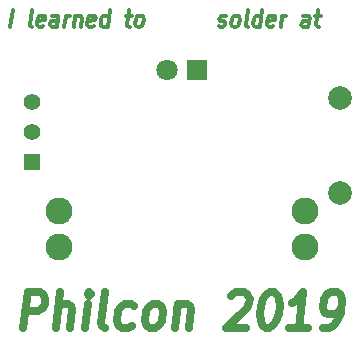
<source format=gts>
G04 #@! TF.FileFunction,Soldermask,Top*
%FSLAX46Y46*%
G04 Gerber Fmt 4.6, Leading zero omitted, Abs format (unit mm)*
G04 Created by KiCad (PCBNEW 4.0.7) date 09/22/19 21:58:39*
%MOMM*%
%LPD*%
G01*
G04 APERTURE LIST*
%ADD10C,0.100000*%
%ADD11C,0.300000*%
%ADD12C,0.687500*%
%ADD13C,1.998980*%
%ADD14C,2.286000*%
%ADD15R,1.800000X1.800000*%
%ADD16C,1.800000*%
%ADD17R,1.397000X1.397000*%
%ADD18C,1.397000*%
G04 APERTURE END LIST*
D10*
D11*
X178353084Y-75537143D02*
X178467966Y-75608571D01*
X178715585Y-75608571D01*
X178848322Y-75537143D01*
X178928084Y-75394286D01*
X178937013Y-75322857D01*
X178892965Y-75180000D01*
X178778085Y-75108571D01*
X178592370Y-75108571D01*
X178477489Y-75037143D01*
X178433441Y-74894286D01*
X178442370Y-74822857D01*
X178522132Y-74680000D01*
X178654870Y-74608571D01*
X178840585Y-74608571D01*
X178955465Y-74680000D01*
X179644156Y-75608571D02*
X179529275Y-75537143D01*
X179476299Y-75465714D01*
X179432251Y-75322857D01*
X179485822Y-74894286D01*
X179565584Y-74751429D01*
X179636418Y-74680000D01*
X179769156Y-74608571D01*
X179954870Y-74608571D01*
X180069751Y-74680000D01*
X180122727Y-74751429D01*
X180166774Y-74894286D01*
X180113203Y-75322857D01*
X180033442Y-75465714D01*
X179962608Y-75537143D01*
X179829870Y-75608571D01*
X179644156Y-75608571D01*
X180820346Y-75608571D02*
X180705465Y-75537143D01*
X180661417Y-75394286D01*
X180822132Y-74108571D01*
X181872727Y-75608571D02*
X182060227Y-74108571D01*
X181881655Y-75537143D02*
X181748917Y-75608571D01*
X181501298Y-75608571D01*
X181386417Y-75537143D01*
X181333441Y-75465714D01*
X181289393Y-75322857D01*
X181342964Y-74894286D01*
X181422726Y-74751429D01*
X181493560Y-74680000D01*
X181626298Y-74608571D01*
X181873917Y-74608571D01*
X181988798Y-74680000D01*
X182995940Y-75537143D02*
X182863202Y-75608571D01*
X182615583Y-75608571D01*
X182500702Y-75537143D01*
X182456654Y-75394286D01*
X182528083Y-74822857D01*
X182607845Y-74680000D01*
X182740583Y-74608571D01*
X182988202Y-74608571D01*
X183103083Y-74680000D01*
X183147131Y-74822857D01*
X183129274Y-74965714D01*
X182492369Y-75108571D01*
X183606060Y-75608571D02*
X183731060Y-74608571D01*
X183695345Y-74894286D02*
X183775107Y-74751429D01*
X183845940Y-74680000D01*
X183978679Y-74608571D01*
X184102488Y-74608571D01*
X185958441Y-75608571D02*
X186056655Y-74822857D01*
X186012607Y-74680000D01*
X185897726Y-74608571D01*
X185650107Y-74608571D01*
X185517369Y-74680000D01*
X185967369Y-75537143D02*
X185834631Y-75608571D01*
X185525107Y-75608571D01*
X185410226Y-75537143D01*
X185366178Y-75394286D01*
X185384035Y-75251429D01*
X185463798Y-75108571D01*
X185596535Y-75037143D01*
X185906059Y-75037143D01*
X186038798Y-74965714D01*
X186516774Y-74608571D02*
X187012012Y-74608571D01*
X186764988Y-74108571D02*
X186604273Y-75394286D01*
X186648321Y-75537143D01*
X186763202Y-75608571D01*
X186887012Y-75608571D01*
X160726252Y-75608571D02*
X160913752Y-74108571D01*
X162521490Y-75608571D02*
X162406609Y-75537143D01*
X162362561Y-75394286D01*
X162523276Y-74108571D01*
X163520894Y-75537143D02*
X163388156Y-75608571D01*
X163140537Y-75608571D01*
X163025656Y-75537143D01*
X162981608Y-75394286D01*
X163053037Y-74822857D01*
X163132799Y-74680000D01*
X163265537Y-74608571D01*
X163513156Y-74608571D01*
X163628037Y-74680000D01*
X163672085Y-74822857D01*
X163654228Y-74965714D01*
X163017323Y-75108571D01*
X164688157Y-75608571D02*
X164786371Y-74822857D01*
X164742323Y-74680000D01*
X164627442Y-74608571D01*
X164379823Y-74608571D01*
X164247085Y-74680000D01*
X164697085Y-75537143D02*
X164564347Y-75608571D01*
X164254823Y-75608571D01*
X164139942Y-75537143D01*
X164095894Y-75394286D01*
X164113751Y-75251429D01*
X164193514Y-75108571D01*
X164326251Y-75037143D01*
X164635775Y-75037143D01*
X164768514Y-74965714D01*
X165307204Y-75608571D02*
X165432204Y-74608571D01*
X165396489Y-74894286D02*
X165476251Y-74751429D01*
X165547084Y-74680000D01*
X165679823Y-74608571D01*
X165803632Y-74608571D01*
X166236966Y-74608571D02*
X166111966Y-75608571D01*
X166219108Y-74751429D02*
X166289942Y-74680000D01*
X166422680Y-74608571D01*
X166608394Y-74608571D01*
X166723275Y-74680000D01*
X166767323Y-74822857D01*
X166669109Y-75608571D01*
X167792322Y-75537143D02*
X167659584Y-75608571D01*
X167411965Y-75608571D01*
X167297084Y-75537143D01*
X167253036Y-75394286D01*
X167324465Y-74822857D01*
X167404227Y-74680000D01*
X167536965Y-74608571D01*
X167784584Y-74608571D01*
X167899465Y-74680000D01*
X167943513Y-74822857D01*
X167925656Y-74965714D01*
X167288751Y-75108571D01*
X168959585Y-75608571D02*
X169147085Y-74108571D01*
X168968513Y-75537143D02*
X168835775Y-75608571D01*
X168588156Y-75608571D01*
X168473275Y-75537143D01*
X168420299Y-75465714D01*
X168376251Y-75322857D01*
X168429822Y-74894286D01*
X168509584Y-74751429D01*
X168580418Y-74680000D01*
X168713156Y-74608571D01*
X168960775Y-74608571D01*
X169075656Y-74680000D01*
X170508394Y-74608571D02*
X171003632Y-74608571D01*
X170756608Y-74108571D02*
X170595893Y-75394286D01*
X170639941Y-75537143D01*
X170754822Y-75608571D01*
X170878632Y-75608571D01*
X171497679Y-75608571D02*
X171382798Y-75537143D01*
X171329822Y-75465714D01*
X171285774Y-75322857D01*
X171339345Y-74894286D01*
X171419107Y-74751429D01*
X171489941Y-74680000D01*
X171622679Y-74608571D01*
X171808393Y-74608571D01*
X171923274Y-74680000D01*
X171976250Y-74751429D01*
X172020297Y-74894286D01*
X171966726Y-75322857D01*
X171886965Y-75465714D01*
X171816131Y-75537143D01*
X171683393Y-75608571D01*
X171497679Y-75608571D01*
D12*
X161814315Y-101052143D02*
X162189315Y-98052143D01*
X163236934Y-98052143D01*
X163480982Y-98195000D01*
X163594077Y-98337857D01*
X163689315Y-98623571D01*
X163635743Y-99052143D01*
X163469077Y-99337857D01*
X163320268Y-99480714D01*
X163040506Y-99623571D01*
X161992887Y-99623571D01*
X164564315Y-101052143D02*
X164939315Y-98052143D01*
X165742886Y-101052143D02*
X165939315Y-99480714D01*
X165844077Y-99195000D01*
X165600029Y-99052143D01*
X165207172Y-99052143D01*
X164927410Y-99195000D01*
X164778601Y-99337857D01*
X167052410Y-101052143D02*
X167302410Y-99052143D01*
X167427410Y-98052143D02*
X167278601Y-98195000D01*
X167391696Y-98337857D01*
X167540505Y-98195000D01*
X167427410Y-98052143D01*
X167391696Y-98337857D01*
X168754791Y-101052143D02*
X168510743Y-100909286D01*
X168415506Y-100623571D01*
X168736934Y-98052143D01*
X170998838Y-100909286D02*
X170719077Y-101052143D01*
X170195267Y-101052143D01*
X169951219Y-100909286D01*
X169838124Y-100766429D01*
X169742887Y-100480714D01*
X169850030Y-99623571D01*
X170016696Y-99337857D01*
X170165505Y-99195000D01*
X170445267Y-99052143D01*
X170969077Y-99052143D01*
X171213124Y-99195000D01*
X172552410Y-101052143D02*
X172308362Y-100909286D01*
X172195267Y-100766429D01*
X172100030Y-100480714D01*
X172207173Y-99623571D01*
X172373839Y-99337857D01*
X172522648Y-99195000D01*
X172802410Y-99052143D01*
X173195267Y-99052143D01*
X173439315Y-99195000D01*
X173552410Y-99337857D01*
X173647649Y-99623571D01*
X173540506Y-100480714D01*
X173373838Y-100766429D01*
X173225029Y-100909286D01*
X172945267Y-101052143D01*
X172552410Y-101052143D01*
X174897648Y-99052143D02*
X174647648Y-101052143D01*
X174861934Y-99337857D02*
X175010743Y-99195000D01*
X175290505Y-99052143D01*
X175683362Y-99052143D01*
X175927410Y-99195000D01*
X176022648Y-99480714D01*
X175826219Y-101052143D01*
X179439315Y-98337857D02*
X179588124Y-98195000D01*
X179867886Y-98052143D01*
X180522648Y-98052143D01*
X180766695Y-98195000D01*
X180879791Y-98337857D01*
X180975029Y-98623571D01*
X180939314Y-98909286D01*
X180754791Y-99337857D01*
X178969076Y-101052143D01*
X180671457Y-101052143D01*
X182748838Y-98052143D02*
X183010743Y-98052143D01*
X183254791Y-98195000D01*
X183367886Y-98337857D01*
X183463125Y-98623571D01*
X183522648Y-99195000D01*
X183433362Y-99909286D01*
X183230982Y-100480714D01*
X183064314Y-100766429D01*
X182915505Y-100909286D01*
X182635743Y-101052143D01*
X182373838Y-101052143D01*
X182129791Y-100909286D01*
X182016695Y-100766429D01*
X181921458Y-100480714D01*
X181861934Y-99909286D01*
X181951220Y-99195000D01*
X182153601Y-98623571D01*
X182320267Y-98337857D01*
X182469077Y-98195000D01*
X182748838Y-98052143D01*
X185909553Y-101052143D02*
X184338125Y-101052143D01*
X185123839Y-101052143D02*
X185498839Y-98052143D01*
X185183363Y-98480714D01*
X184885743Y-98766429D01*
X184605982Y-98909286D01*
X187219077Y-101052143D02*
X187742887Y-101052143D01*
X188022649Y-100909286D01*
X188171458Y-100766429D01*
X188486935Y-100337857D01*
X188689315Y-99766429D01*
X188832173Y-98623571D01*
X188736935Y-98337857D01*
X188623839Y-98195000D01*
X188379792Y-98052143D01*
X187855982Y-98052143D01*
X187576220Y-98195000D01*
X187427411Y-98337857D01*
X187260745Y-98623571D01*
X187171459Y-99337857D01*
X187266697Y-99623571D01*
X187379791Y-99766429D01*
X187623839Y-99909286D01*
X188147649Y-99909286D01*
X188427410Y-99766429D01*
X188576221Y-99623571D01*
X188742887Y-99337857D01*
D13*
X188595000Y-81598000D03*
X188595000Y-89598000D03*
D14*
X185674000Y-94234000D03*
X164846000Y-94234000D03*
X185674000Y-91186000D03*
X164846000Y-91186000D03*
D15*
X176530000Y-79248000D03*
D16*
X173990000Y-79248000D03*
D17*
X162560000Y-86995000D03*
D18*
X162560000Y-84455000D03*
X162560000Y-81915000D03*
M02*

</source>
